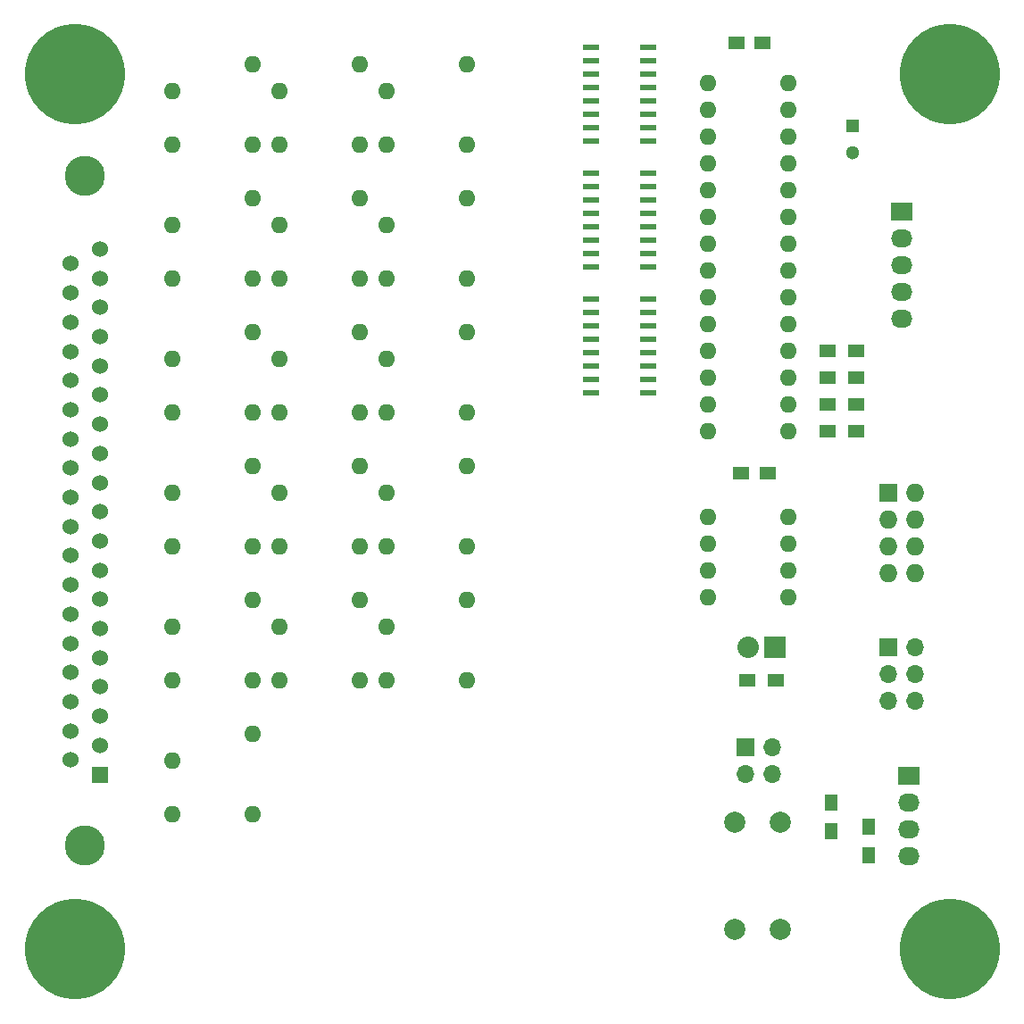
<source format=gbr>
G04 #@! TF.FileFunction,Soldermask,Top*
%FSLAX46Y46*%
G04 Gerber Fmt 4.6, Leading zero omitted, Abs format (unit mm)*
G04 Created by KiCad (PCBNEW (after 2015-mar-04 BZR unknown)-product) date 6/8/2017 1:48:32 PM*
%MOMM*%
G01*
G04 APERTURE LIST*
%ADD10C,0.150000*%
%ADD11C,9.525000*%
%ADD12R,2.032000X2.032000*%
%ADD13O,2.032000X2.032000*%
%ADD14R,1.524000X1.524000*%
%ADD15C,1.524000*%
%ADD16C,3.810000*%
%ADD17O,1.600000X1.600000*%
%ADD18R,1.727200X1.727200*%
%ADD19O,1.727200X1.727200*%
%ADD20R,2.032000X1.727200*%
%ADD21O,2.032000X1.727200*%
%ADD22C,1.998980*%
%ADD23R,1.300000X1.300000*%
%ADD24C,1.300000*%
%ADD25R,1.700000X1.700000*%
%ADD26O,1.700000X1.700000*%
%ADD27R,1.500000X1.300000*%
%ADD28R,1.500000X1.250000*%
%ADD29R,1.300000X1.500000*%
%ADD30R,1.500000X0.600000*%
G04 APERTURE END LIST*
D10*
D11*
X6000000Y-6000000D03*
X89000000Y-6000000D03*
X6000000Y-89000000D03*
X89000000Y-89000000D03*
D12*
X72390000Y-60325000D03*
D13*
X69850000Y-60325000D03*
D14*
X8422400Y-72417400D03*
D15*
X8422400Y-69648800D03*
X8422400Y-66880200D03*
X8422400Y-64111600D03*
X8422400Y-61343000D03*
X8422400Y-58574400D03*
X8422400Y-55805800D03*
X8422400Y-53037200D03*
X8422400Y-50268600D03*
D16*
X7000000Y-79123000D03*
X7000000Y-15623000D03*
D15*
X8422400Y-47500000D03*
X8422400Y-44731400D03*
X8422400Y-41962800D03*
X8422400Y-39194200D03*
X8422400Y-36425600D03*
X8422400Y-33657000D03*
X8422400Y-30888400D03*
X8422400Y-28119800D03*
X8422400Y-25351200D03*
X8422400Y-22582600D03*
X5577600Y-71045800D03*
X5577600Y-68277200D03*
X5577600Y-65508600D03*
X5577600Y-62740000D03*
X5577600Y-59971400D03*
X5577600Y-57202800D03*
X5577600Y-54434200D03*
X5577600Y-51665600D03*
X5577600Y-48897000D03*
X5577600Y-46128400D03*
X5577600Y-43359800D03*
X5577600Y-40591200D03*
X5577600Y-37822600D03*
X5577600Y-35054000D03*
X5577600Y-32285400D03*
X5577600Y-29516800D03*
X5577600Y-26748200D03*
X5577600Y-23979600D03*
D17*
X66040000Y-6858000D03*
X66040000Y-9398000D03*
X66040000Y-11938000D03*
X66040000Y-14478000D03*
X66040000Y-17018000D03*
X66040000Y-19558000D03*
X66040000Y-22098000D03*
X66040000Y-24638000D03*
X66040000Y-27178000D03*
X66040000Y-29718000D03*
X66040000Y-32258000D03*
X66040000Y-34798000D03*
X66040000Y-37338000D03*
X66040000Y-39878000D03*
X73660000Y-39878000D03*
X73660000Y-37338000D03*
X73660000Y-34798000D03*
X73660000Y-32258000D03*
X73660000Y-29718000D03*
X73660000Y-27178000D03*
X73660000Y-24638000D03*
X73660000Y-22098000D03*
X73660000Y-19558000D03*
X73660000Y-17018000D03*
X73660000Y-14478000D03*
X73660000Y-11938000D03*
X73660000Y-9398000D03*
X73660000Y-6858000D03*
X66040000Y-48006000D03*
X66040000Y-50546000D03*
X66040000Y-53086000D03*
X66040000Y-55626000D03*
X73660000Y-55626000D03*
X73660000Y-53086000D03*
X73660000Y-50546000D03*
X73660000Y-48006000D03*
D18*
X83185000Y-45720000D03*
D19*
X85725000Y-45720000D03*
X83185000Y-48260000D03*
X85725000Y-48260000D03*
X83185000Y-50800000D03*
X85725000Y-50800000D03*
X83185000Y-53340000D03*
X85725000Y-53340000D03*
D20*
X84455000Y-19050000D03*
D21*
X84455000Y-21590000D03*
X84455000Y-24130000D03*
X84455000Y-26670000D03*
X84455000Y-29210000D03*
D22*
X68580000Y-76962000D03*
X68580000Y-87122000D03*
X72898000Y-76962000D03*
X72898000Y-87122000D03*
D20*
X85118000Y-72550000D03*
D21*
X85118000Y-75090000D03*
X85118000Y-77630000D03*
X85118000Y-80170000D03*
D23*
X79756000Y-10922000D03*
D24*
X79756000Y-13422000D03*
D25*
X83185000Y-60325000D03*
D26*
X85725000Y-60325000D03*
X83185000Y-62865000D03*
X85725000Y-62865000D03*
X83185000Y-65405000D03*
X85725000Y-65405000D03*
D25*
X69596000Y-69850000D03*
D26*
X72136000Y-69850000D03*
X69596000Y-72390000D03*
X72136000Y-72390000D03*
D27*
X77390000Y-39878000D03*
X80090000Y-39878000D03*
D28*
X71250000Y-3000000D03*
X68750000Y-3000000D03*
X71735000Y-43815000D03*
X69235000Y-43815000D03*
D27*
X77390000Y-34798000D03*
X80090000Y-34798000D03*
X77390000Y-37338000D03*
X80090000Y-37338000D03*
X77390000Y-32258000D03*
X80090000Y-32258000D03*
X72470000Y-63500000D03*
X69770000Y-63500000D03*
D29*
X77724000Y-75104000D03*
X77724000Y-77804000D03*
X81280000Y-77390000D03*
X81280000Y-80090000D03*
D30*
X60358000Y-12319000D03*
X60358000Y-11049000D03*
X60358000Y-9779000D03*
X60358000Y-8509000D03*
X60358000Y-7239000D03*
X60358000Y-5969000D03*
X60358000Y-4699000D03*
X60358000Y-3429000D03*
X54958000Y-3429000D03*
X54958000Y-4699000D03*
X54958000Y-5969000D03*
X54958000Y-7239000D03*
X54958000Y-8509000D03*
X54958000Y-9779000D03*
X54958000Y-11049000D03*
X54958000Y-12319000D03*
X60358000Y-24257000D03*
X60358000Y-22987000D03*
X60358000Y-21717000D03*
X60358000Y-20447000D03*
X60358000Y-19177000D03*
X60358000Y-17907000D03*
X60358000Y-16637000D03*
X60358000Y-15367000D03*
X54958000Y-15367000D03*
X54958000Y-16637000D03*
X54958000Y-17907000D03*
X54958000Y-19177000D03*
X54958000Y-20447000D03*
X54958000Y-21717000D03*
X54958000Y-22987000D03*
X54958000Y-24257000D03*
X60358000Y-36195000D03*
X60358000Y-34925000D03*
X60358000Y-33655000D03*
X60358000Y-32385000D03*
X60358000Y-31115000D03*
X60358000Y-29845000D03*
X60358000Y-28575000D03*
X60358000Y-27305000D03*
X54958000Y-27305000D03*
X54958000Y-28575000D03*
X54958000Y-29845000D03*
X54958000Y-31115000D03*
X54958000Y-32385000D03*
X54958000Y-33655000D03*
X54958000Y-34925000D03*
X54958000Y-36195000D03*
D17*
X22860000Y-12700000D03*
X15240000Y-7620000D03*
X15240000Y-12700000D03*
X22860000Y-5080000D03*
X33020000Y-12700000D03*
X25400000Y-7620000D03*
X25400000Y-12700000D03*
X33020000Y-5080000D03*
X43180000Y-12700000D03*
X35560000Y-7620000D03*
X35560000Y-12700000D03*
X43180000Y-5080000D03*
X22860000Y-25400000D03*
X15240000Y-20320000D03*
X15240000Y-25400000D03*
X22860000Y-17780000D03*
X33020000Y-25400000D03*
X25400000Y-20320000D03*
X25400000Y-25400000D03*
X33020000Y-17780000D03*
X43180000Y-25400000D03*
X35560000Y-20320000D03*
X35560000Y-25400000D03*
X43180000Y-17780000D03*
X22860000Y-38100000D03*
X15240000Y-33020000D03*
X15240000Y-38100000D03*
X22860000Y-30480000D03*
X33020000Y-38100000D03*
X25400000Y-33020000D03*
X25400000Y-38100000D03*
X33020000Y-30480000D03*
X43180000Y-38100000D03*
X35560000Y-33020000D03*
X35560000Y-38100000D03*
X43180000Y-30480000D03*
X22860000Y-50800000D03*
X15240000Y-45720000D03*
X15240000Y-50800000D03*
X22860000Y-43180000D03*
X33020000Y-50800000D03*
X25400000Y-45720000D03*
X25400000Y-50800000D03*
X33020000Y-43180000D03*
X43180000Y-50800000D03*
X35560000Y-45720000D03*
X35560000Y-50800000D03*
X43180000Y-43180000D03*
X22860000Y-63500000D03*
X15240000Y-58420000D03*
X15240000Y-63500000D03*
X22860000Y-55880000D03*
X33020000Y-63500000D03*
X25400000Y-58420000D03*
X25400000Y-63500000D03*
X33020000Y-55880000D03*
X43180000Y-63500000D03*
X35560000Y-58420000D03*
X35560000Y-63500000D03*
X43180000Y-55880000D03*
X22860000Y-76200000D03*
X15240000Y-71120000D03*
X15240000Y-76200000D03*
X22860000Y-68580000D03*
M02*

</source>
